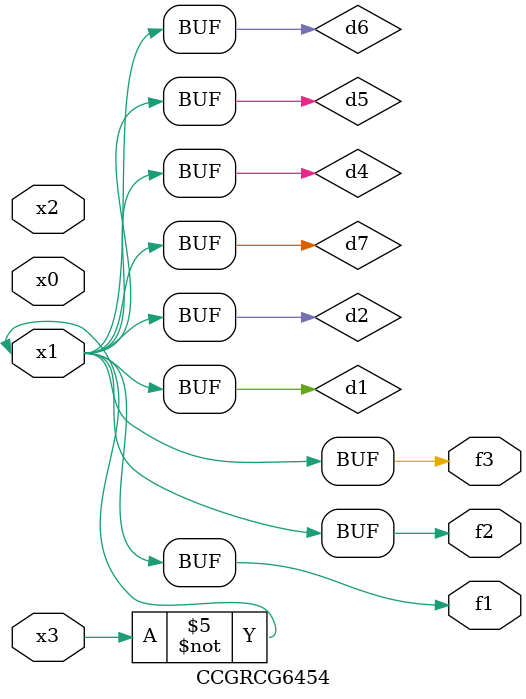
<source format=v>
module CCGRCG6454(
	input x0, x1, x2, x3,
	output f1, f2, f3
);

	wire d1, d2, d3, d4, d5, d6, d7;

	not (d1, x3);
	buf (d2, x1);
	xnor (d3, d1, d2);
	nor (d4, d1);
	buf (d5, d1, d2);
	buf (d6, d4, d5);
	nand (d7, d4);
	assign f1 = d6;
	assign f2 = d7;
	assign f3 = d6;
endmodule

</source>
